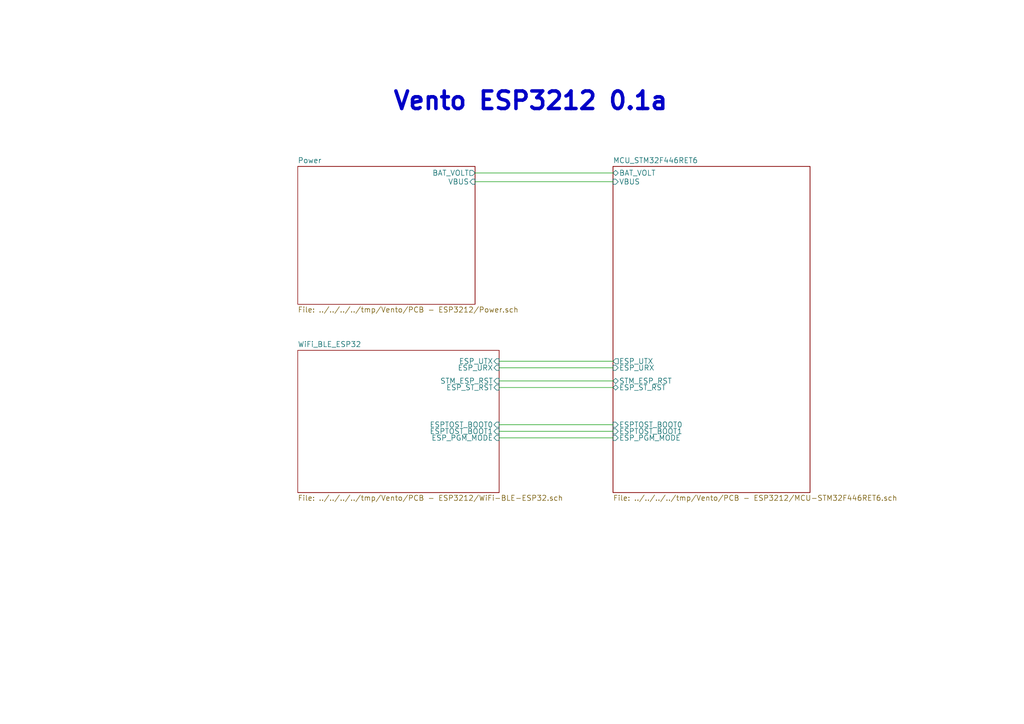
<source format=kicad_sch>
(kicad_sch (version 20230121) (generator eeschema)
  (paper "A4")
  (lib_symbols)
  (wire (pts (xy 177.8 112.395) (xy 144.78 112.395)))
  (wire (pts (xy 144.78 104.775) (xy 177.8 104.775)))
  (wire (pts (xy 177.8 123.19) (xy 144.78 123.19)))
  (wire (pts (xy 177.8 106.68) (xy 144.78 106.68)))
  (wire (pts (xy 144.78 125.095) (xy 177.8 125.095)))
  (wire (pts (xy 137.795 52.705) (xy 177.8 52.705)))
  (wire (pts (xy 144.78 110.49) (xy 177.8 110.49)))
  (wire (pts (xy 177.8 127) (xy 144.78 127)))
  (wire (pts (xy 137.795 50.165) (xy 177.8 50.165)))
  (text "Vento ESP3212 0.1a" (at 113.665 32.385 0) (effects (font (size 5.08 5.08) (thickness 1.016) bold) (justify left bottom)))
  (sheet (at 177.8 48.26) (size 57.15 94.615)
    (property "Sheetname" "MCU_STM32F446RET6" (at 177.8 47.4214 0) (effects (font (size 1.524 1.524)) (justify left bottom)))
    (property "Sheetfile" "../../../../tmp/Vento/PCB - ESP3212/MCU-STM32F446RET6.sch" (at 177.8 143.5612 0) (effects (font (size 1.524 1.524)) (justify left top)))
    (pin "ESP_ST_RST" bidirectional (at 177.8 112.395 180) (effects (font (size 1.524 1.524))))
    (pin "STM_ESP_RST" bidirectional (at 177.8 110.49 180) (effects (font (size 1.524 1.524))))
    (pin "ESP_UTX" output (at 177.8 104.775 180) (effects (font (size 1.524 1.524))))
    (pin "ESP_URX" input (at 177.8 106.68 180) (effects (font (size 1.524 1.524))))
    (pin "ESP_PGM_MODE" input (at 177.8 127 180) (effects (font (size 1.524 1.524))))
    (pin "VBUS" input (at 177.8 52.705 180) (effects (font (size 1.524 1.524))))
    (pin "ESPTOST_BOOT0" input (at 177.8 123.19 180) (effects (font (size 1.524 1.524))))
    (pin "ESPTOST_BOOT1" input (at 177.8 125.095 180) (effects (font (size 1.524 1.524))))
    (pin "BAT_VOLT" bidirectional (at 177.8 50.165 180) (effects (font (size 1.524 1.524))))
  )
  (sheet (at 86.36 48.26) (size 51.435 40.005)
    (property "Sheetname" "Power" (at 86.36 47.4214 0) (effects (font (size 1.524 1.524)) (justify left bottom)))
    (property "Sheetfile" "../../../../tmp/Vento/PCB - ESP3212/Power.sch" (at 86.36 88.9512 0) (effects (font (size 1.524 1.524)) (justify left top)))
    (pin "VBUS" input (at 137.795 52.705 0) (effects (font (size 1.524 1.524))))
    (pin "BAT_VOLT" output (at 137.795 50.165 0) (effects (font (size 1.524 1.524))))
  )
  (sheet (at 86.36 101.6) (size 58.42 41.275)
    (property "Sheetname" "WiFi_BLE_ESP32" (at 86.36 100.7614 0) (effects (font (size 1.524 1.524)) (justify left bottom)))
    (property "Sheetfile" "../../../../tmp/Vento/PCB - ESP3212/WiFi-BLE-ESP32.sch" (at 86.36 143.5612 0) (effects (font (size 1.524 1.524)) (justify left top)))
    (pin "ESP_UTX" input (at 144.78 104.775 0) (effects (font (size 1.524 1.524))))
    (pin "ESP_URX" input (at 144.78 106.68 0) (effects (font (size 1.524 1.524))))
    (pin "STM_ESP_RST" input (at 144.78 110.49 0) (effects (font (size 1.524 1.524))))
    (pin "ESP_PGM_MODE" input (at 144.78 127 0) (effects (font (size 1.524 1.524))))
    (pin "ESPTOST_BOOT0" input (at 144.78 123.19 0) (effects (font (size 1.524 1.524))))
    (pin "ESPTOST_BOOT1" input (at 144.78 125.095 0) (effects (font (size 1.524 1.524))))
    (pin "ESP_ST_RST" input (at 144.78 112.395 0) (effects (font (size 1.524 1.524))))
  )
)
</source>
